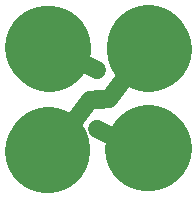
<source format=gbl>
%TF.GenerationSoftware,KiCad,Pcbnew,4.0.5-e0-6337~49~ubuntu16.04.1*%
%TF.CreationDate,2017-03-17T11:18:28-07:00*%
%TF.ProjectId,2x2-Slide-Switch-EG1218-TH,3278322D536C6964652D537769746368,1.0*%
%TF.FileFunction,Copper,L2,Bot,Signal*%
%FSLAX46Y46*%
G04 Gerber Fmt 4.6, Leading zero omitted, Abs format (unit mm)*
G04 Created by KiCad (PCBNEW 4.0.5-e0-6337~49~ubuntu16.04.1) date Fri Mar 17 11:18:28 2017*
%MOMM*%
%LPD*%
G01*
G04 APERTURE LIST*
%ADD10C,0.350000*%
%ADD11C,7.000000*%
%ADD12C,1.500000*%
%ADD13C,6.000000*%
%ADD14C,1.250000*%
%ADD15C,0.254000*%
%ADD16C,0.350000*%
G04 APERTURE END LIST*
D10*
D11*
X32259000Y-49987200D02*
X32386000Y-49860200D01*
D12*
X27957800Y-54135200D02*
X28957800Y-54135200D01*
X28957800Y-54135200D02*
X31957800Y-50135200D01*
X27915600Y-51612800D02*
X23915600Y-49612800D01*
X27381400Y-54145000D02*
X24381400Y-58145000D01*
X28381400Y-54145000D02*
X27381400Y-54145000D01*
X31903400Y-58597800D02*
X27903400Y-56597800D01*
D11*
X23877000Y-49987200D02*
X23750000Y-49860200D01*
X23750000Y-58369200D02*
X23623000Y-58496200D01*
X32259000Y-58115200D02*
X32386000Y-58242200D01*
D13*
X32004000Y-50115200D03*
D14*
X27915600Y-54116600D03*
X27915600Y-51616600D03*
X27915600Y-56616600D03*
D13*
X32004000Y-58115200D03*
X24004000Y-50115200D03*
X24004000Y-58115200D03*
D11*
X32258000Y-49631600D02*
X32258000Y-49885600D01*
D15*
X31978600Y-50012600D02*
X31978600Y-50013600D01*
D11*
X23774400Y-58470800D02*
X23774400Y-58216800D01*
X23622000Y-49733200D02*
X23876000Y-49733200D01*
X32308800Y-58318400D02*
X32054800Y-58318400D01*
D16*
X32004000Y-50115200D03*
X27915600Y-54116600D03*
X27915600Y-51616600D03*
X27915600Y-56616600D03*
X32004000Y-58115200D03*
X24004000Y-50115200D03*
X24004000Y-58115200D03*
M02*

</source>
